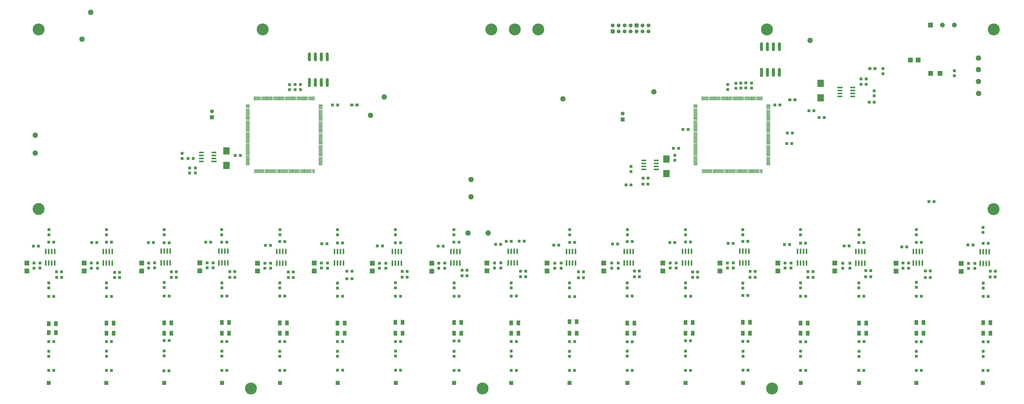
<source format=gbr>
*
G04 Mass Parameters ***
*
G04 Image ***
*
%INTDC_16SPT.GBR*%
%ICAS*%
%MOIN*%
%IPPOS*%
%ASAXBY*%
G74*%FSLAN2X34Y34*%
*
G04 Aperture Definitions ***
*
%ADD10C,0.2000*%
%ADD11C,0.5118*%
%ADD12R,0.0800X0.0800*%
%ADD13R,0.1050X0.1200*%
%ADD14R,0.0500X0.0500*%
%ADD15R,0.0790X0.0790*%
%ADD16R,0.0600X0.0800*%
%ADD17C,0.0750*%
%ADD18C,0.0700*%
%ADD19R,0.0700X0.0700*%
%ADD20C,0.0350*%
%ADD21R,0.0350X0.0350*%
%ADD22C,0.0650*%
%ADD23R,0.0600X0.0600*%
%ADD24O,0.0500X0.1500*%
%ADD25R,0.0500X0.1500*%
%ADD26C,0.0920*%
%ADD27C,0.0580*%
%ADD28C,0.0800*%
%ADD29R,0.0520X0.0500*%
%ADD30O,0.0700X0.0110*%
%ADD31R,0.0700X0.0110*%
%ADD32O,0.0110X0.0700*%
%ADD33R,0.0110X0.0700*%
%ADD34O,0.0250X0.0940*%
%ADD35R,0.0250X0.0940*%
%ADD36C,0.0600*%
%ADD37O,0.0860X0.0250*%
%ADD38R,0.0860X0.0250*%
%ADD39R,0.0866X0.1023*%
%ADD40R,0.0580X0.0580*%
%ADD41C,0.0220*%
%ADD42C,0.0300*%
%ADD43C,0.0160*%
%ADD44C,0.0080*%
%ADD45C,0.0120*%
%ADD46C,0.0220*%
%ADD47C,0.0100*%
%ADD48C,0.0150*%
%ADD49C,0.0200*%
%ADD50C,0.0500*%
%ADD51C,0.0400*%
%ADD52C,0.0220*%
%ADD53C,0.0060*%
%ADD54C,0.2000*%
%ADD55C,0.5118*%
%ADD56R,0.0800X0.0800*%
%ADD57R,0.1200X0.1050*%
%ADD58R,0.0500X0.0500*%
%ADD59R,0.0600X0.0600*%
%ADD60C,0.0750*%
%ADD61C,0.0700*%
%ADD62R,0.0700X0.0700*%
%ADD63C,0.0350*%
%ADD64R,0.0350X0.0350*%
%ADD65C,0.0650*%
%ADD66C,0.0920*%
%ADD67C,0.0580*%
%ADD68C,0.0800*%
%ADD69O,0.0650X0.0160*%
%ADD70R,0.0650X0.0160*%
%ADD71O,0.0900X0.0160*%
%ADD72R,0.0900X0.0160*%
%ADD73C,0.0600*%
%ADD74R,0.0580X0.0580*%
%ADD75C,0.0220*%
%ADD76C,0.0220*%
%ADD77C,0.0250*%
%ADD78C,0.0010*%
%ADD79C,0.0500*%
%ADD80C,0.0500*%
%ADD81R,0.1050X0.1200*%
%ADD82R,0.0790X0.0790*%
%ADD83R,0.0600X0.0800*%
%ADD84C,0.0370*%
%ADD85R,0.0370X0.0370*%
%ADD86R,0.0650X0.0650*%
%ADD87O,0.0500X0.1500*%
%ADD88R,0.0500X0.1500*%
%ADD89C,0.0620*%
%ADD90C,0.0900*%
%ADD91R,0.0520X0.0500*%
%ADD92O,0.0700X0.0110*%
%ADD93R,0.0700X0.0110*%
%ADD94O,0.0110X0.0700*%
%ADD95R,0.0110X0.0700*%
%ADD96O,0.0250X0.0940*%
%ADD97R,0.0250X0.0940*%
%ADD98O,0.0860X0.0250*%
%ADD99R,0.0860X0.0250*%
%ADD100R,0.0945X0.1102*%
%ADD101C,0.0550*%
%ADD102C,0.0550*%
*
G04 Plot Data ***
*
G54D54*
X0126550Y0064140D03*
X0080370D03*
X0127420Y0003940D03*
X0078920D03*
X0040110D03*
X0042100Y0064140D03*
X0084310D03*
X0088260D03*
X0164510Y0034010D03*
X0164550Y0064130D03*
X0004540Y0034020D03*
Y0064130D03*
G54D56*
X0153950Y0064870D03*
X0159080Y0024890D03*
Y0023570D03*
X0002570Y0024960D03*
Y0023640D03*
X0012170Y0024960D03*
Y0023640D03*
X0021810Y0024960D03*
Y0023640D03*
X0031550Y0024980D03*
Y0023660D03*
X0041230Y0024940D03*
Y0023620D03*
X0050730Y0024960D03*
Y0023640D03*
X0060440Y0024940D03*
Y0023620D03*
X0070410Y0024930D03*
Y0023610D03*
X0079640Y0024970D03*
Y0023650D03*
X0089720Y0024950D03*
Y0023630D03*
X0099230Y0024950D03*
Y0023630D03*
X0109120Y0024960D03*
Y0023640D03*
X0118680Y0024950D03*
Y0023630D03*
X0128380Y0024960D03*
Y0023640D03*
X0137920Y0024950D03*
Y0023630D03*
X0148170Y0024930D03*
Y0023610D03*
X0150570Y0059010D03*
X0151890D03*
G54D58*
X0154540Y0035250D03*
X0153700D03*
X0048410Y0054880D03*
Y0054040D03*
X0046600Y0054860D03*
Y0054020D03*
X0133590Y0050500D03*
X0134430D03*
X0047510Y0054880D03*
Y0054040D03*
X0038340Y0043000D03*
X0037500D03*
X0111120Y0043020D03*
Y0042180D03*
X0123990Y0055140D03*
Y0054300D03*
X0121340Y0055100D03*
Y0054260D03*
X0123030Y0055160D03*
Y0054320D03*
X0122170Y0054300D03*
Y0055140D03*
X0120000Y0054050D03*
Y0054890D03*
X0035220Y0030550D03*
Y0029710D03*
X0025570Y0030550D03*
Y0029710D03*
X0015920Y0030550D03*
Y0029710D03*
X0006290Y0030550D03*
Y0029710D03*
X0044970Y0030550D03*
Y0029710D03*
X0054620Y0030550D03*
Y0029710D03*
X0064320Y0030550D03*
Y0029710D03*
X0074120Y0030550D03*
Y0029710D03*
X0112920Y0030550D03*
Y0029710D03*
X0103170Y0030550D03*
Y0029710D03*
X0093520Y0030550D03*
Y0029710D03*
X0085890Y0028640D03*
X0085050D03*
X0122520Y0030550D03*
Y0029710D03*
X0132170Y0030550D03*
Y0029710D03*
X0141970Y0030550D03*
Y0029710D03*
X0151590Y0030550D03*
Y0029710D03*
X0030440Y0042510D03*
X0029600D03*
X0144520Y0053820D03*
Y0052980D03*
X0129990Y0046750D03*
X0130830D03*
X0111740Y0044180D03*
X0110900D03*
X0006240Y0021630D03*
Y0020790D03*
X0044950Y0021620D03*
Y0020780D03*
X0007080Y0006950D03*
X0006240D03*
Y0011790D03*
X0007080D03*
X0006240Y0019370D03*
X0007080D03*
X0045790Y0006950D03*
X0044950D03*
Y0011780D03*
X0045790D03*
X0044950Y0019420D03*
X0045790D03*
X0006240Y0010160D03*
Y0009320D03*
X0044950Y0010170D03*
Y0009330D03*
X0015910Y0021630D03*
Y0020790D03*
X0054630Y0021610D03*
Y0020770D03*
X0016750Y0006950D03*
X0015910D03*
Y0011780D03*
X0016750D03*
X0015910Y0019370D03*
X0016750D03*
X0055470Y0007000D03*
X0054630D03*
Y0011780D03*
X0055470D03*
X0054630Y0019380D03*
X0055470D03*
X0015910Y0010180D03*
Y0009340D03*
X0054630Y0010170D03*
Y0009330D03*
X0025570Y0021690D03*
Y0020850D03*
X0064330Y0021650D03*
Y0020810D03*
X0026400Y0006900D03*
X0025560D03*
X0025590Y0011970D03*
X0026430D03*
X0025580Y0019440D03*
X0026420D03*
X0065180Y0007000D03*
X0064340D03*
Y0011790D03*
X0065180D03*
X0064330Y0019400D03*
X0065170D03*
X0025580Y0010240D03*
Y0009400D03*
X0064340Y0010190D03*
Y0009350D03*
X0035240Y0021630D03*
Y0020790D03*
X0074140Y0021640D03*
Y0020800D03*
X0036080Y0006950D03*
X0035240D03*
Y0011780D03*
X0036080D03*
X0035240Y0019440D03*
X0036080D03*
X0074980Y0006950D03*
X0074140D03*
Y0011890D03*
X0074980D03*
X0074140Y0019380D03*
X0074980D03*
X0035240Y0010200D03*
Y0009360D03*
X0074140Y0010170D03*
Y0009330D03*
X0122530Y0021590D03*
Y0020750D03*
X0123380Y0007000D03*
X0122540D03*
X0122530Y0011840D03*
X0123370D03*
X0122520Y0019540D03*
X0123360D03*
X0122540Y0010160D03*
Y0009320D03*
X0083730Y0021630D03*
Y0020790D03*
X0132190Y0021620D03*
Y0020780D03*
X0083730Y0011780D03*
X0084570D03*
Y0006950D03*
X0083730D03*
Y0019440D03*
X0084570D03*
X0133040Y0006950D03*
X0132200D03*
Y0011750D03*
X0133040D03*
X0132200Y0019410D03*
X0133040D03*
X0083730Y0010180D03*
Y0009340D03*
X0132200Y0010180D03*
Y0009340D03*
X0093500Y0021630D03*
Y0020790D03*
X0141950Y0021620D03*
Y0020780D03*
X0094320Y0006950D03*
X0093480D03*
X0093500Y0011780D03*
X0094340D03*
X0093500Y0019320D03*
X0094340D03*
X0141970Y0011780D03*
X0142810D03*
X0142800Y0006950D03*
X0141960D03*
X0141950Y0019400D03*
X0142790D03*
X0093500Y0010170D03*
Y0009330D03*
X0141970Y0010150D03*
Y0009310D03*
X0103160Y0021640D03*
Y0020800D03*
X0151580Y0021730D03*
Y0020890D03*
X0103160Y0011760D03*
X0104000D03*
X0103160Y0019430D03*
X0104000D03*
Y0006950D03*
X0103160D03*
X0152420D03*
X0151580D03*
Y0011760D03*
X0152420D03*
X0151580Y0019400D03*
X0152420D03*
X0103160Y0010210D03*
Y0009370D03*
X0151580Y0010160D03*
Y0009320D03*
X0112920Y0021620D03*
Y0020780D03*
X0113760Y0006960D03*
X0112920D03*
Y0011930D03*
X0113760D03*
X0162790Y0021590D03*
Y0020750D03*
X0112930Y0019390D03*
X0113770D03*
X0162760Y0030920D03*
Y0030080D03*
X0112920Y0010210D03*
Y0009370D03*
X0163600Y0006950D03*
X0162760D03*
X0162770Y0011750D03*
X0163610D03*
X0162770Y0019350D03*
X0163610D03*
X0162770Y0010150D03*
Y0009310D03*
X0130710Y0044990D03*
X0129870D03*
X0053800Y0051450D03*
X0054640D03*
X0103780Y0041150D03*
Y0040310D03*
X0113340Y0047350D03*
X0112500D03*
X0136140Y0049350D03*
X0135300D03*
X0157950Y0057200D03*
Y0056360D03*
X0127890Y0051470D03*
X0128730D03*
X0145990Y0057550D03*
Y0056710D03*
X0003770Y0024950D03*
Y0024110D03*
X0004800Y0024120D03*
Y0024960D03*
X0013370Y0024950D03*
Y0024110D03*
X0014430D03*
Y0024950D03*
X0022970Y0024960D03*
Y0024120D03*
X0023980Y0024150D03*
Y0024990D03*
X0032790D03*
Y0024150D03*
X0033790D03*
Y0024990D03*
X0043430Y0024090D03*
Y0024930D03*
X0052940Y0024110D03*
Y0024950D03*
X0062730Y0024100D03*
Y0024940D03*
X0072570Y0024110D03*
Y0024950D03*
X0081980Y0024140D03*
Y0024980D03*
X0092080Y0024110D03*
Y0024950D03*
X0101650Y0024110D03*
Y0024950D03*
X0111350Y0024120D03*
Y0024960D03*
X0120930Y0024140D03*
Y0024980D03*
X0130590Y0024130D03*
Y0024970D03*
X0140440Y0024100D03*
Y0024940D03*
X0030820Y0040070D03*
Y0040910D03*
X0142330Y0055830D03*
X0143170D03*
X0106650Y0039200D03*
X0105810D03*
X0028600Y0043350D03*
Y0042510D03*
X0029860Y0040070D03*
Y0040910D03*
X0143670Y0051930D03*
X0144510D03*
X0143170Y0054930D03*
X0142330D03*
X0102940Y0038060D03*
X0103780D03*
X0106630Y0038190D03*
X0105790D03*
X0033400Y0028450D03*
X0032560D03*
X0023790Y0028410D03*
X0022950D03*
X0014280Y0028390D03*
X0013440D03*
X0004530Y0027790D03*
X0003690D03*
X0043390Y0027920D03*
X0042550D03*
X0052840Y0028190D03*
X0052000D03*
X0062140Y0027830D03*
X0061300D03*
X0072320Y0027780D03*
X0071480D03*
X0081960Y0028100D03*
X0081120D03*
X0091700Y0027970D03*
X0090860D03*
X0101540Y0028150D03*
X0100700D03*
X0111110Y0028390D03*
X0110270D03*
X0120890Y0028260D03*
X0120050D03*
X0161380Y0024050D03*
Y0024890D03*
X0150300Y0024110D03*
Y0024950D03*
X0042450Y0024930D03*
Y0024090D03*
X0051920Y0024960D03*
Y0024120D03*
X0061650Y0024940D03*
Y0024100D03*
X0071590Y0024940D03*
Y0024100D03*
X0130340Y0028070D03*
X0129500D03*
X0100550Y0024950D03*
Y0024110D03*
X0110360Y0024960D03*
Y0024120D03*
X0161070Y0027980D03*
X0160230D03*
X0149980Y0027650D03*
X0149140D03*
X0008410Y0022560D03*
X0007570D03*
X0018120Y0022520D03*
X0017280D03*
X0027610Y0022550D03*
X0026770D03*
X0037410D03*
X0036570D03*
X0047230Y0022540D03*
X0046390D03*
X0057040Y0022340D03*
X0056200D03*
X0140310Y0027840D03*
X0139470D03*
X0066300Y0022610D03*
X0065460D03*
X0076330Y0022830D03*
X0075490D03*
X0086140Y0022660D03*
X0085300D03*
X0046380Y0023470D03*
X0047220D03*
X0007560Y0023480D03*
X0008400D03*
X0006240Y0028460D03*
X0007080D03*
X0044960Y0028550D03*
X0045800D03*
X0095810Y0022510D03*
X0094970D03*
X0105190Y0022660D03*
X0104350D03*
X0017280Y0023390D03*
X0018120D03*
X0056200Y0023610D03*
X0057040D03*
X0015910Y0028450D03*
X0016750D03*
X0054620Y0028340D03*
X0055460D03*
X0114950Y0022550D03*
X0114110D03*
X0124570D03*
X0123730D03*
X0026770Y0023490D03*
X0027610D03*
X0065440Y0023560D03*
X0066280D03*
X0025590Y0028360D03*
X0026430D03*
X0064330Y0028370D03*
X0065170D03*
X0134270Y0022570D03*
X0133430D03*
X0143940Y0022670D03*
X0143100D03*
X0036570Y0023530D03*
X0037410D03*
X0075490Y0023750D03*
X0076330D03*
X0035230Y0028470D03*
X0036070D03*
X0074130D03*
X0074970D03*
X0153910Y0022540D03*
X0153070D03*
X0164780Y0022640D03*
X0163940D03*
X0123740Y0023570D03*
X0124580D03*
X0122520Y0028600D03*
X0123360D03*
X0119940Y0024970D03*
Y0024130D03*
X0085300Y0023600D03*
X0086140D03*
X0083730Y0028590D03*
X0082890D03*
X0133430Y0023540D03*
X0134270D03*
X0132180Y0028290D03*
X0133020D03*
X0080920Y0024970D03*
Y0024130D03*
X0129570Y0024960D03*
Y0024120D03*
X0094970Y0023510D03*
X0095810D03*
X0093510Y0028420D03*
X0094350D03*
X0143110Y0023710D03*
X0143950D03*
X0141960Y0028410D03*
X0142800D03*
X0091010Y0024940D03*
Y0024100D03*
X0139240Y0024940D03*
Y0024100D03*
X0104340Y0023630D03*
X0105180D03*
X0103160Y0028560D03*
X0104000D03*
X0153070Y0023640D03*
X0153910D03*
X0151590Y0028430D03*
X0152430D03*
X0160320Y0024890D03*
Y0024050D03*
X0149350Y0024950D03*
Y0024110D03*
X0114120Y0023470D03*
X0114960D03*
X0112920Y0028500D03*
X0113760D03*
X0163990Y0023610D03*
X0164830D03*
X0162770Y0028250D03*
X0163610D03*
G54D65*
X0100730Y0064800D03*
X0101730Y0063800D03*
Y0064800D03*
X0102730Y0063800D03*
Y0064800D03*
X0103730Y0063800D03*
Y0064800D03*
X0104730Y0063800D03*
X0105730D03*
Y0064800D03*
X0106730Y0063800D03*
Y0064800D03*
X0033570Y0050380D03*
X0102400Y0050030D03*
G54D68*
X0155950Y0064870D03*
X0157950D03*
G54D81*
X0135560Y0052660D03*
Y0055110D03*
X0036020Y0043770D03*
Y0041320D03*
X0109720Y0042410D03*
Y0039960D03*
G54D82*
X0155550Y0056750D03*
X0154000D03*
G54D83*
X0007440Y0014800D03*
X0006240D03*
X0046150Y0014930D03*
X0044950D03*
X0006240Y0013290D03*
X0007440D03*
X0044950Y0013200D03*
X0046150D03*
X0017110Y0014890D03*
X0015910D03*
X0055830D03*
X0054630D03*
X0015910Y0013200D03*
X0017110D03*
X0054630D03*
X0055830D03*
X0026790Y0014930D03*
X0025590D03*
X0065530Y0015020D03*
X0064330D03*
X0025590Y0013200D03*
X0026790D03*
X0064330D03*
X0065530D03*
X0036440Y0014990D03*
X0035240D03*
X0075340Y0015000D03*
X0074140D03*
Y0013200D03*
X0075340D03*
X0035240D03*
X0036440D03*
X0123730Y0015020D03*
X0122530D03*
Y0013200D03*
X0123730D03*
X0084930Y0014920D03*
X0083730D03*
X0133400Y0014910D03*
X0132200D03*
X0083730Y0013200D03*
X0084930D03*
X0132200D03*
X0133400D03*
X0094700Y0015130D03*
X0093500D03*
X0143170Y0014910D03*
X0141970D03*
X0093500Y0013200D03*
X0094700D03*
X0141970D03*
X0143170D03*
X0104360Y0014910D03*
X0103160D03*
X0152780Y0014990D03*
X0151580D03*
X0103160Y0013200D03*
X0104360D03*
X0151580D03*
X0152780D03*
X0114120Y0015010D03*
X0112920D03*
X0163970Y0014970D03*
X0162770D03*
X0112920Y0013200D03*
X0114120D03*
X0162770D03*
X0163970D03*
G54D86*
X0100730Y0063800D03*
X0104730Y0064800D03*
X0006240Y0004850D03*
X0044970D03*
X0015870D03*
X0054640D03*
X0025570D03*
X0064370D03*
X0035270D03*
X0074140D03*
X0122540D03*
X0083730D03*
X0132210D03*
X0093480D03*
X0141970D03*
X0103170D03*
X0151580D03*
X0112920D03*
X0162720D03*
X0033570Y0049380D03*
X0102400Y0049030D03*
G54D87*
X0049920Y0059530D03*
X0050920Y0055230D03*
Y0059530D03*
X0051920Y0055230D03*
Y0059530D03*
X0052920Y0055230D03*
Y0059530D03*
X0125660Y0061220D03*
X0126660Y0056920D03*
Y0061220D03*
X0127660Y0056920D03*
Y0061220D03*
X0128660Y0056920D03*
Y0061220D03*
G54D88*
X0049920Y0055230D03*
X0125660Y0056920D03*
G54D90*
X0076500Y0030000D03*
X0079850D03*
X0077000Y0036050D03*
X0004000Y0043390D03*
X0162000Y0055400D03*
X0107620Y0053670D03*
X0004000Y0046400D03*
X0060140Y0049740D03*
X0092400Y0052500D03*
X0162010Y0053380D03*
X0011810Y0062500D03*
X0162000Y0057400D03*
X0013270Y0067010D03*
X0162000Y0059330D03*
X0062450Y0052790D03*
X0133780Y0062280D03*
X0077000Y0038950D03*
G54D91*
X0144640Y0057550D03*
X0143800D03*
X0057030Y0051450D03*
X0057870D03*
X0130400Y0052330D03*
X0131240D03*
G54D92*
X0051792Y0041436D03*
Y0041633D03*
Y0041829D03*
Y0042026D03*
Y0042223D03*
Y0042420D03*
Y0042617D03*
Y0043011D03*
Y0043207D03*
Y0043404D03*
Y0043601D03*
Y0043798D03*
Y0043995D03*
Y0044192D03*
Y0044388D03*
Y0044585D03*
Y0044979D03*
Y0045176D03*
Y0045373D03*
Y0045570D03*
Y0045766D03*
Y0045963D03*
Y0046160D03*
Y0046357D03*
Y0046554D03*
Y0046948D03*
Y0047144D03*
Y0047341D03*
Y0047538D03*
Y0047735D03*
Y0047932D03*
Y0048129D03*
Y0048326D03*
Y0048522D03*
Y0048916D03*
Y0049113D03*
Y0049310D03*
Y0049507D03*
Y0049704D03*
Y0049900D03*
Y0050097D03*
Y0050294D03*
Y0050491D03*
Y0050885D03*
Y0051082D03*
Y0051278D03*
Y0051475D03*
X0039587D03*
Y0051278D03*
Y0051082D03*
Y0050688D03*
Y0050491D03*
Y0050294D03*
Y0050097D03*
Y0049900D03*
Y0049704D03*
Y0049507D03*
Y0049310D03*
Y0049113D03*
Y0048719D03*
Y0048522D03*
Y0048326D03*
Y0048129D03*
Y0047932D03*
Y0047735D03*
Y0047538D03*
Y0047341D03*
Y0047144D03*
Y0046751D03*
Y0046554D03*
Y0046357D03*
Y0046160D03*
Y0045963D03*
Y0045766D03*
Y0045570D03*
Y0045373D03*
Y0045176D03*
Y0044782D03*
Y0044585D03*
Y0044388D03*
Y0044192D03*
Y0043995D03*
Y0043798D03*
Y0043601D03*
Y0043404D03*
Y0043207D03*
Y0042814D03*
Y0042617D03*
Y0042420D03*
Y0042223D03*
Y0042026D03*
Y0041829D03*
Y0041633D03*
Y0041436D03*
X0126792D03*
Y0041633D03*
Y0041829D03*
Y0042026D03*
Y0042223D03*
Y0042420D03*
Y0042617D03*
Y0043011D03*
Y0043207D03*
Y0043404D03*
Y0043601D03*
Y0043798D03*
Y0043995D03*
Y0044192D03*
Y0044388D03*
Y0044585D03*
Y0044979D03*
Y0045176D03*
Y0045373D03*
Y0045570D03*
Y0045766D03*
Y0045963D03*
Y0046160D03*
Y0046357D03*
Y0046554D03*
Y0046948D03*
Y0047144D03*
Y0047341D03*
Y0047538D03*
Y0047735D03*
Y0047932D03*
Y0048129D03*
Y0048326D03*
Y0048522D03*
Y0048916D03*
Y0049113D03*
Y0049310D03*
Y0049507D03*
Y0049704D03*
Y0049900D03*
Y0050097D03*
Y0050294D03*
Y0050491D03*
Y0050885D03*
Y0051082D03*
Y0051278D03*
Y0051475D03*
X0114587D03*
Y0051278D03*
Y0051082D03*
Y0050688D03*
Y0050491D03*
Y0050294D03*
Y0050097D03*
Y0049900D03*
Y0049704D03*
Y0049507D03*
Y0049310D03*
Y0049113D03*
Y0048719D03*
Y0048522D03*
Y0048326D03*
Y0048129D03*
Y0047932D03*
Y0047735D03*
Y0047538D03*
Y0047341D03*
Y0047144D03*
Y0046751D03*
Y0046554D03*
Y0046357D03*
Y0046160D03*
Y0045963D03*
Y0045766D03*
Y0045570D03*
Y0045373D03*
Y0045176D03*
Y0044782D03*
Y0044585D03*
Y0044388D03*
Y0044192D03*
Y0043995D03*
Y0043798D03*
Y0043601D03*
Y0043404D03*
Y0043207D03*
Y0042814D03*
Y0042617D03*
Y0042420D03*
Y0042223D03*
Y0042026D03*
Y0041829D03*
Y0041633D03*
Y0041436D03*
G54D93*
X0051792Y0042814D03*
Y0044782D03*
Y0046751D03*
Y0048719D03*
Y0050688D03*
X0039587Y0050885D03*
Y0048916D03*
Y0046948D03*
Y0044979D03*
Y0043011D03*
X0126792Y0042814D03*
Y0044782D03*
Y0046751D03*
Y0048719D03*
Y0050688D03*
X0114587Y0050885D03*
Y0048916D03*
Y0046948D03*
Y0044979D03*
Y0043011D03*
G54D94*
X0040867Y0040353D03*
X0041064D03*
X0041260D03*
X0041457D03*
X0041654D03*
X0041851D03*
X0042048D03*
X0042245D03*
X0042638D03*
X0042835D03*
X0043032D03*
X0043229D03*
X0043426D03*
X0043623D03*
X0043820D03*
X0044016D03*
X0044213D03*
X0044607D03*
X0044804D03*
X0045001D03*
X0045197D03*
X0045394D03*
X0045591D03*
X0045788D03*
X0045985D03*
X0046182D03*
X0046575D03*
X0046772D03*
X0046969D03*
X0047166D03*
X0047363D03*
X0047560D03*
X0047757D03*
X0047953D03*
X0048150D03*
X0048544D03*
X0048741D03*
X0048938D03*
X0049135D03*
X0049331D03*
X0049528D03*
X0049725D03*
X0049922D03*
X0050119D03*
X0050513D03*
X0050709D03*
Y0052558D03*
X0050513D03*
X0050316D03*
X0050119D03*
X0049922D03*
X0049528D03*
X0049331D03*
X0049135D03*
X0048938D03*
X0048741D03*
X0048544D03*
X0048347D03*
X0048150D03*
X0047953D03*
X0047560D03*
X0047363D03*
X0047166D03*
X0046969D03*
X0046772D03*
X0046575D03*
X0046379D03*
X0046182D03*
X0045985D03*
X0045591D03*
X0045394D03*
X0045197D03*
X0045001D03*
X0044804D03*
X0044607D03*
X0044410D03*
X0044213D03*
X0044016D03*
X0043623D03*
X0043426D03*
X0043229D03*
X0043032D03*
X0042835D03*
X0042638D03*
X0042442D03*
X0042245D03*
X0042048D03*
X0041654D03*
X0041457D03*
X0041260D03*
X0041064D03*
X0040867D03*
X0040670D03*
X0115867Y0040353D03*
X0116064D03*
X0116260D03*
X0116457D03*
X0116654D03*
X0116851D03*
X0117048D03*
X0117245D03*
X0117638D03*
X0117835D03*
X0118032D03*
X0118229D03*
X0118426D03*
X0118623D03*
X0118820D03*
X0119016D03*
X0119213D03*
X0119607D03*
X0119804D03*
X0120001D03*
X0120197D03*
X0120394D03*
X0120591D03*
X0120788D03*
X0120985D03*
X0121182D03*
X0121575D03*
X0121772D03*
X0121969D03*
X0122166D03*
X0122363D03*
X0122560D03*
X0122757D03*
X0122953D03*
X0123150D03*
X0123544D03*
X0123741D03*
X0123938D03*
X0124135D03*
X0124331D03*
X0124528D03*
X0124725D03*
X0124922D03*
X0125119D03*
X0125513D03*
X0125709D03*
Y0052558D03*
X0125513D03*
X0125316D03*
X0125119D03*
X0124922D03*
X0124528D03*
X0124331D03*
X0124135D03*
X0123938D03*
X0123741D03*
X0123544D03*
X0123347D03*
X0123150D03*
X0122953D03*
X0122560D03*
X0122363D03*
X0122166D03*
X0121969D03*
X0121772D03*
X0121575D03*
X0121379D03*
X0121182D03*
X0120985D03*
X0120591D03*
X0120394D03*
X0120197D03*
X0120001D03*
X0119804D03*
X0119607D03*
X0119410D03*
X0119213D03*
X0119016D03*
X0118623D03*
X0118426D03*
X0118229D03*
X0118032D03*
X0117835D03*
X0117638D03*
X0117442D03*
X0117245D03*
X0117048D03*
X0116654D03*
X0116457D03*
X0116260D03*
X0116064D03*
X0115867D03*
X0115670D03*
G54D95*
X0040670Y0040353D03*
X0042442D03*
X0044410D03*
X0046379D03*
X0048347D03*
X0050316D03*
X0049725Y0052558D03*
X0047757D03*
X0045788D03*
X0043820D03*
X0041851D03*
X0115670Y0040353D03*
X0117442D03*
X0119410D03*
X0121379D03*
X0123347D03*
X0125316D03*
X0124725Y0052558D03*
X0122757D03*
X0120788D03*
X0118820D03*
X0116851D03*
G54D96*
X0006250Y0024950D03*
X0006750D03*
X0007250D03*
Y0026910D03*
X0006750D03*
X0006250D03*
X0005750D03*
X0044950Y0024930D03*
X0045450D03*
X0045950D03*
Y0026890D03*
X0045450D03*
X0044950D03*
X0044450D03*
X0015900Y0024950D03*
X0016400D03*
X0016900D03*
Y0026910D03*
X0016400D03*
X0015900D03*
X0015400D03*
X0054620Y0024950D03*
X0055120D03*
X0055620D03*
Y0026910D03*
X0055120D03*
X0054620D03*
X0054120D03*
X0025590Y0024990D03*
X0026090D03*
X0026590D03*
Y0026950D03*
X0026090D03*
X0025590D03*
X0025090D03*
X0064330Y0024940D03*
X0064830D03*
X0065330D03*
Y0026900D03*
X0064830D03*
X0064330D03*
X0063830D03*
X0035240Y0024990D03*
X0035740D03*
X0036240D03*
Y0026950D03*
X0035740D03*
X0035240D03*
X0034740D03*
X0074130Y0024950D03*
X0074630D03*
X0075130D03*
Y0026910D03*
X0074630D03*
X0074130D03*
X0073630D03*
X0122520Y0024990D03*
X0123020D03*
X0123520D03*
Y0026950D03*
X0123020D03*
X0122520D03*
X0122020D03*
X0083730Y0024980D03*
X0084230D03*
X0084730D03*
Y0026940D03*
X0084230D03*
X0083730D03*
X0083230D03*
X0132170Y0024970D03*
X0132670D03*
X0133170D03*
Y0026930D03*
X0132670D03*
X0132170D03*
X0131670D03*
X0093500Y0024950D03*
X0094000D03*
X0094500D03*
Y0026910D03*
X0094000D03*
X0093500D03*
X0093000D03*
X0141960Y0024940D03*
X0142460D03*
X0142960D03*
Y0026900D03*
X0142460D03*
X0141960D03*
X0141460D03*
X0103160Y0024950D03*
X0103660D03*
X0104160D03*
Y0026910D03*
X0103660D03*
X0103160D03*
X0102660D03*
X0151590Y0024950D03*
X0152090D03*
X0152590D03*
Y0026910D03*
X0152090D03*
X0151590D03*
X0151090D03*
X0112920Y0024960D03*
X0113420D03*
X0113920D03*
Y0026920D03*
X0113420D03*
X0112920D03*
X0112420D03*
X0162770Y0024890D03*
X0163270D03*
X0163770D03*
Y0026850D03*
X0163270D03*
X0162770D03*
X0162270D03*
G54D97*
X0005750Y0024950D03*
X0044450Y0024930D03*
X0015400Y0024950D03*
X0054120D03*
X0025090Y0024990D03*
X0063830Y0024940D03*
X0034740Y0024990D03*
X0073630Y0024950D03*
X0122020Y0024990D03*
X0083230Y0024980D03*
X0131670Y0024970D03*
X0093000Y0024950D03*
X0141460Y0024940D03*
X0102660Y0024950D03*
X0151090D03*
X0112420Y0024960D03*
X0162270Y0024890D03*
G54D98*
X0033930Y0042510D03*
Y0043010D03*
Y0043510D03*
X0031810D03*
Y0043010D03*
Y0042510D03*
Y0042010D03*
X0138800Y0053890D03*
Y0053390D03*
Y0052890D03*
X0140920D03*
Y0053390D03*
Y0053890D03*
Y0054390D03*
X0108030Y0041160D03*
Y0041660D03*
Y0042160D03*
X0105910D03*
Y0041660D03*
Y0041160D03*
Y0040660D03*
G54D99*
X0033930Y0042010D03*
X0138800Y0054390D03*
X0108030Y0040660D03*
M02*

</source>
